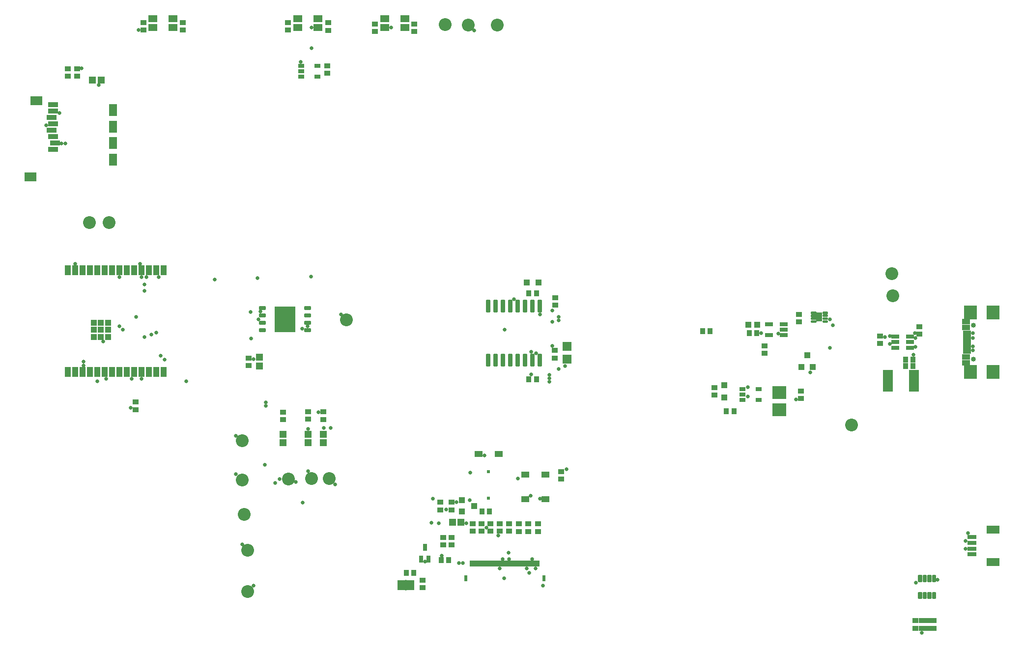
<source format=gbr>
G04 EAGLE Gerber RS-274X export*
G75*
%MOMM*%
%FSLAX34Y34*%
%LPD*%
%INSoldermask Top*%
%IPPOS*%
%AMOC8*
5,1,8,0,0,1.08239X$1,22.5*%
G01*
G04 Define Apertures*
%ADD10R,0.903200X1.103200*%
%ADD11R,1.403200X0.803200*%
%ADD12R,1.353200X0.503200*%
%ADD13R,2.203200X2.383200*%
%ADD14C,0.853200*%
%ADD15R,1.703200X3.803200*%
%ADD16R,1.103200X0.903200*%
%ADD17R,1.103200X1.003200*%
%ADD18R,1.003200X1.103200*%
%ADD19R,1.103200X0.803200*%
%ADD20R,2.403200X2.203200*%
%ADD21R,1.403200X2.003200*%
%ADD22R,2.103200X1.603200*%
%ADD23R,1.703200X0.903200*%
%ADD24R,0.152400X1.828800*%
%ADD25R,1.371600X1.803400*%
%ADD26R,0.503200X0.503200*%
%ADD27R,1.353200X1.003200*%
%ADD28R,0.703200X1.253200*%
%ADD29R,1.403200X0.753200*%
%ADD30R,1.003200X1.003200*%
%ADD31R,1.103200X1.703200*%
%ADD32R,0.503200X1.003200*%
%ADD33R,0.603200X1.003200*%
%ADD34C,0.330503*%
%ADD35R,1.603200X1.253200*%
%ADD36C,0.269722*%
%ADD37C,0.276759*%
%ADD38R,1.103200X1.503200*%
%ADD39C,0.349006*%
%ADD40R,1.603200X1.603200*%
%ADD41C,2.203200*%
%ADD42R,2.203200X1.403200*%
%ADD43R,1.553200X0.803200*%
%ADD44R,1.143200X1.173200*%
%ADD45R,1.173200X1.143200*%
%ADD46C,0.315166*%
%ADD47R,3.603200X4.503200*%
%ADD48C,0.655600*%
D10*
X-172100Y508900D03*
X-159100Y508900D03*
X-172000Y497900D03*
X-159000Y497900D03*
D11*
X-189100Y548200D03*
X-189100Y538700D03*
X-189100Y529200D03*
X-164100Y529200D03*
X-164100Y538700D03*
X-164100Y548200D03*
D12*
X-67972Y500946D03*
X-67972Y510946D03*
X-65972Y525946D03*
X-65972Y535946D03*
X-65972Y540946D03*
X-65972Y550946D03*
X-67972Y565946D03*
X-67972Y575946D03*
X-67972Y571946D03*
X-67972Y561946D03*
X-65972Y555946D03*
X-65972Y545946D03*
X-65972Y530946D03*
X-65972Y520946D03*
X-67972Y514946D03*
X-67972Y504946D03*
D13*
X-20922Y487346D03*
X-20922Y589546D03*
X-60222Y487346D03*
X-60222Y589546D03*
D14*
X-55222Y509546D03*
X-55222Y567346D03*
D15*
X-202600Y471700D03*
X-157600Y471700D03*
D16*
X-147700Y552200D03*
X-147700Y565200D03*
X-215700Y536400D03*
X-215700Y549400D03*
X-501000Y447500D03*
X-501000Y460500D03*
D17*
X-484000Y443100D03*
X-484000Y464100D03*
D18*
X-350800Y495500D03*
X-331800Y495500D03*
X-341300Y516500D03*
D10*
X-467500Y419300D03*
X-480500Y419300D03*
D19*
X-452600Y458000D03*
X-452600Y448500D03*
X-452600Y439000D03*
X-424600Y439000D03*
X-424600Y458000D03*
D16*
X-352100Y441200D03*
X-352100Y454200D03*
D20*
X-389400Y421922D03*
X-389400Y451922D03*
D21*
X-1537078Y853078D03*
X-1537078Y910078D03*
D22*
X-1679578Y823078D03*
X-1669578Y954578D03*
D23*
X-1641078Y871078D03*
X-1637078Y882078D03*
X-1641078Y893078D03*
X-1643078Y904078D03*
X-1641078Y915078D03*
X-1643078Y926078D03*
X-1641078Y937078D03*
X-1641078Y948078D03*
D21*
X-1537078Y881578D03*
X-1537078Y938578D03*
D16*
X-1615300Y996900D03*
X-1615300Y1009900D03*
D24*
X-1032600Y119900D03*
D25*
X-1040220Y119900D03*
X-1024980Y119900D03*
D16*
X-1004300Y128300D03*
X-1004300Y115300D03*
D26*
X-890200Y315760D03*
X-890200Y270040D03*
D10*
X-901800Y247000D03*
X-888800Y247000D03*
D27*
X-872400Y346200D03*
X-907400Y346200D03*
X-827400Y268100D03*
X-792400Y268100D03*
X-792400Y310000D03*
X-827400Y310000D03*
D16*
X-765300Y315700D03*
X-765300Y302700D03*
D10*
X-1031800Y141100D03*
X-1018800Y141100D03*
X-958800Y163000D03*
X-971800Y163000D03*
D28*
X-1006400Y164400D03*
X-993400Y164400D03*
X-999900Y185400D03*
D29*
X-381399Y550800D03*
X-381399Y560300D03*
X-381399Y569800D03*
X-407401Y569800D03*
X-407401Y550800D03*
D10*
X-440900Y554100D03*
X-427900Y554100D03*
D16*
X-414400Y519500D03*
X-414400Y532500D03*
D30*
X-427700Y568700D03*
X-442700Y568700D03*
D10*
X-521700Y557900D03*
X-508700Y557900D03*
D16*
X-355200Y586300D03*
X-355200Y573300D03*
D31*
X-1615324Y487300D03*
X-1602624Y487300D03*
X-1589924Y487300D03*
X-1577224Y487300D03*
X-1564524Y487300D03*
X-1551824Y487300D03*
X-1539124Y487300D03*
X-1526424Y487300D03*
X-1513724Y487300D03*
X-1501024Y487300D03*
X-1488324Y487300D03*
X-1475624Y487300D03*
X-1462924Y487300D03*
X-1450224Y487300D03*
X-1450224Y662300D03*
X-1462924Y662300D03*
X-1475624Y662300D03*
X-1488324Y662300D03*
X-1501024Y662300D03*
X-1513724Y662300D03*
X-1526424Y662300D03*
X-1539124Y662300D03*
X-1551824Y662300D03*
X-1564524Y662300D03*
X-1577224Y662300D03*
X-1589924Y662300D03*
X-1602624Y662300D03*
X-1615324Y662300D03*
D30*
X-1558124Y559750D03*
X-1570624Y547250D03*
X-1570624Y559750D03*
X-1570624Y572250D03*
X-1558124Y547250D03*
X-1558124Y572250D03*
X-1545624Y547250D03*
X-1545624Y559750D03*
X-1545624Y572250D03*
D16*
X-1498400Y422500D03*
X-1498400Y435500D03*
D32*
X-804776Y157000D03*
X-809776Y157000D03*
X-814776Y157000D03*
X-819776Y157000D03*
X-824776Y157000D03*
X-829776Y157000D03*
X-834776Y157000D03*
X-839776Y157000D03*
X-844776Y157000D03*
X-849776Y157000D03*
X-854776Y157000D03*
X-859776Y157000D03*
X-864776Y157000D03*
X-869776Y157000D03*
X-874776Y157000D03*
X-879776Y157000D03*
X-884776Y157000D03*
X-889776Y157000D03*
X-894776Y157000D03*
X-899776Y157000D03*
X-904776Y157000D03*
X-909776Y157000D03*
X-914776Y157000D03*
X-919776Y157000D03*
D33*
X-794776Y132000D03*
X-929776Y132000D03*
D16*
X-886752Y226000D03*
X-886752Y213000D03*
X-917800Y225900D03*
X-917800Y212900D03*
X-902276Y225800D03*
X-902276Y212800D03*
X-871228Y225700D03*
X-871228Y212700D03*
X-854704Y225600D03*
X-854704Y212600D03*
X-837800Y225500D03*
X-837800Y212500D03*
X-821800Y225400D03*
X-821800Y212400D03*
X-805276Y225300D03*
X-805276Y212300D03*
X-968800Y202200D03*
X-968800Y189200D03*
X-953800Y202100D03*
X-953800Y189100D03*
D17*
X-936100Y266000D03*
X-936100Y247000D03*
X-915100Y256500D03*
D16*
X-953800Y262800D03*
X-953800Y249800D03*
D34*
X-144736Y135724D02*
X-144736Y126836D01*
X-148464Y126836D01*
X-148464Y135724D01*
X-144736Y135724D01*
X-144736Y129976D02*
X-148464Y129976D01*
X-148464Y133116D02*
X-144736Y133116D01*
X-136736Y135724D02*
X-136736Y126836D01*
X-140464Y126836D01*
X-140464Y135724D01*
X-136736Y135724D01*
X-136736Y129976D02*
X-140464Y129976D01*
X-140464Y133116D02*
X-136736Y133116D01*
X-128736Y135724D02*
X-128736Y126836D01*
X-132464Y126836D01*
X-132464Y135724D01*
X-128736Y135724D01*
X-128736Y129976D02*
X-132464Y129976D01*
X-132464Y133116D02*
X-128736Y133116D01*
X-120736Y135724D02*
X-120736Y126836D01*
X-124464Y126836D01*
X-124464Y135724D01*
X-120736Y135724D01*
X-120736Y129976D02*
X-124464Y129976D01*
X-124464Y133116D02*
X-120736Y133116D01*
X-120536Y106564D02*
X-120536Y97676D01*
X-124264Y97676D01*
X-124264Y106564D01*
X-120536Y106564D01*
X-120536Y100816D02*
X-124264Y100816D01*
X-124264Y103956D02*
X-120536Y103956D01*
X-128736Y106564D02*
X-128736Y97676D01*
X-132464Y97676D01*
X-132464Y106564D01*
X-128736Y106564D01*
X-128736Y100816D02*
X-132464Y100816D01*
X-132464Y103956D02*
X-128736Y103956D01*
X-136736Y106564D02*
X-136736Y97676D01*
X-140464Y97676D01*
X-140464Y106564D01*
X-136736Y106564D01*
X-136736Y100816D02*
X-140464Y100816D01*
X-140464Y103956D02*
X-136736Y103956D01*
X-144736Y106564D02*
X-144736Y97676D01*
X-148464Y97676D01*
X-148464Y106564D01*
X-144736Y106564D01*
X-144736Y100816D02*
X-148464Y100816D01*
X-148464Y103956D02*
X-144736Y103956D01*
D16*
X-144076Y45700D03*
X-144076Y58700D03*
X-154600Y45676D03*
X-154600Y58676D03*
X-133552Y45724D03*
X-133552Y58724D03*
X-123076Y45700D03*
X-123076Y58700D03*
D19*
X-1213200Y1014900D03*
X-1213200Y1005400D03*
X-1213200Y995900D03*
X-1185200Y995900D03*
X-1185200Y1014900D03*
D16*
X-1168300Y1015100D03*
X-1168300Y1002100D03*
X-1166300Y1089000D03*
X-1166300Y1076000D03*
D35*
X-1184100Y1095828D03*
X-1219100Y1095828D03*
X-1219100Y1080828D03*
X-1184100Y1080828D03*
D16*
X-1236300Y1089700D03*
X-1236300Y1076700D03*
X-1485124Y1089299D03*
X-1485124Y1076299D03*
D35*
X-1434100Y1095828D03*
X-1469100Y1095828D03*
X-1469100Y1080828D03*
X-1434100Y1080828D03*
D16*
X-1417076Y1089400D03*
X-1417076Y1076400D03*
X-1086300Y1087100D03*
X-1086300Y1074100D03*
D35*
X-1034100Y1095828D03*
X-1069100Y1095828D03*
X-1069100Y1080828D03*
X-1034100Y1080828D03*
D16*
X-1018300Y1087000D03*
X-1018300Y1074000D03*
D36*
X-333918Y588482D02*
X-326982Y588482D01*
X-333918Y588482D02*
X-333918Y590518D01*
X-326982Y590518D01*
X-326982Y588482D01*
D37*
X-327018Y583368D02*
X-333882Y583368D01*
X-333882Y585632D01*
X-327018Y585632D01*
X-327018Y583368D01*
X-327018Y578368D02*
X-333882Y578368D01*
X-333882Y580632D01*
X-327018Y580632D01*
X-327018Y578368D01*
D36*
X-326982Y573482D02*
X-333918Y573482D01*
X-333918Y575518D01*
X-326982Y575518D01*
X-326982Y573482D01*
X-314218Y573482D02*
X-307282Y573482D01*
X-314218Y573482D02*
X-314218Y575518D01*
X-307282Y575518D01*
X-307282Y573482D01*
X-307282Y578482D02*
X-314218Y578482D01*
X-314218Y580518D01*
X-307282Y580518D01*
X-307282Y578482D01*
X-307282Y583482D02*
X-314218Y583482D01*
X-314218Y585518D01*
X-307282Y585518D01*
X-307282Y583482D01*
X-307282Y588482D02*
X-314218Y588482D01*
X-314218Y590518D01*
X-307282Y590518D01*
X-307282Y588482D01*
D38*
X-320600Y582000D03*
D39*
X-803971Y591307D02*
X-803971Y610349D01*
X-799529Y610349D01*
X-799529Y591307D01*
X-803971Y591307D01*
X-803971Y594622D02*
X-799529Y594622D01*
X-799529Y597937D02*
X-803971Y597937D01*
X-803971Y601252D02*
X-799529Y601252D01*
X-799529Y604567D02*
X-803971Y604567D01*
X-803971Y607882D02*
X-799529Y607882D01*
X-816671Y610349D02*
X-816671Y591307D01*
X-816671Y610349D02*
X-812229Y610349D01*
X-812229Y591307D01*
X-816671Y591307D01*
X-816671Y594622D02*
X-812229Y594622D01*
X-812229Y597937D02*
X-816671Y597937D01*
X-816671Y601252D02*
X-812229Y601252D01*
X-812229Y604567D02*
X-816671Y604567D01*
X-816671Y607882D02*
X-812229Y607882D01*
X-829371Y610349D02*
X-829371Y591307D01*
X-829371Y610349D02*
X-824929Y610349D01*
X-824929Y591307D01*
X-829371Y591307D01*
X-829371Y594622D02*
X-824929Y594622D01*
X-824929Y597937D02*
X-829371Y597937D01*
X-829371Y601252D02*
X-824929Y601252D01*
X-824929Y604567D02*
X-829371Y604567D01*
X-829371Y607882D02*
X-824929Y607882D01*
X-842071Y610349D02*
X-842071Y591307D01*
X-842071Y610349D02*
X-837629Y610349D01*
X-837629Y591307D01*
X-842071Y591307D01*
X-842071Y594622D02*
X-837629Y594622D01*
X-837629Y597937D02*
X-842071Y597937D01*
X-842071Y601252D02*
X-837629Y601252D01*
X-837629Y604567D02*
X-842071Y604567D01*
X-842071Y607882D02*
X-837629Y607882D01*
X-854771Y610349D02*
X-854771Y591307D01*
X-854771Y610349D02*
X-850329Y610349D01*
X-850329Y591307D01*
X-854771Y591307D01*
X-854771Y594622D02*
X-850329Y594622D01*
X-850329Y597937D02*
X-854771Y597937D01*
X-854771Y601252D02*
X-850329Y601252D01*
X-850329Y604567D02*
X-854771Y604567D01*
X-854771Y607882D02*
X-850329Y607882D01*
X-867471Y610349D02*
X-867471Y591307D01*
X-867471Y610349D02*
X-863029Y610349D01*
X-863029Y591307D01*
X-867471Y591307D01*
X-867471Y594622D02*
X-863029Y594622D01*
X-863029Y597937D02*
X-867471Y597937D01*
X-867471Y601252D02*
X-863029Y601252D01*
X-863029Y604567D02*
X-867471Y604567D01*
X-867471Y607882D02*
X-863029Y607882D01*
X-880171Y610349D02*
X-880171Y591307D01*
X-880171Y610349D02*
X-875729Y610349D01*
X-875729Y591307D01*
X-880171Y591307D01*
X-880171Y594622D02*
X-875729Y594622D01*
X-875729Y597937D02*
X-880171Y597937D01*
X-880171Y601252D02*
X-875729Y601252D01*
X-875729Y604567D02*
X-880171Y604567D01*
X-880171Y607882D02*
X-875729Y607882D01*
X-892871Y610349D02*
X-892871Y591307D01*
X-892871Y610349D02*
X-888429Y610349D01*
X-888429Y591307D01*
X-892871Y591307D01*
X-892871Y594622D02*
X-888429Y594622D01*
X-888429Y597937D02*
X-892871Y597937D01*
X-892871Y601252D02*
X-888429Y601252D01*
X-888429Y604567D02*
X-892871Y604567D01*
X-892871Y607882D02*
X-888429Y607882D01*
X-892871Y517249D02*
X-892871Y498207D01*
X-892871Y517249D02*
X-888429Y517249D01*
X-888429Y498207D01*
X-892871Y498207D01*
X-892871Y501522D02*
X-888429Y501522D01*
X-888429Y504837D02*
X-892871Y504837D01*
X-892871Y508152D02*
X-888429Y508152D01*
X-888429Y511467D02*
X-892871Y511467D01*
X-892871Y514782D02*
X-888429Y514782D01*
X-880171Y517249D02*
X-880171Y498207D01*
X-880171Y517249D02*
X-875729Y517249D01*
X-875729Y498207D01*
X-880171Y498207D01*
X-880171Y501522D02*
X-875729Y501522D01*
X-875729Y504837D02*
X-880171Y504837D01*
X-880171Y508152D02*
X-875729Y508152D01*
X-875729Y511467D02*
X-880171Y511467D01*
X-880171Y514782D02*
X-875729Y514782D01*
X-867471Y517249D02*
X-867471Y498207D01*
X-867471Y517249D02*
X-863029Y517249D01*
X-863029Y498207D01*
X-867471Y498207D01*
X-867471Y501522D02*
X-863029Y501522D01*
X-863029Y504837D02*
X-867471Y504837D01*
X-867471Y508152D02*
X-863029Y508152D01*
X-863029Y511467D02*
X-867471Y511467D01*
X-867471Y514782D02*
X-863029Y514782D01*
X-854771Y517249D02*
X-854771Y498207D01*
X-854771Y517249D02*
X-850329Y517249D01*
X-850329Y498207D01*
X-854771Y498207D01*
X-854771Y501522D02*
X-850329Y501522D01*
X-850329Y504837D02*
X-854771Y504837D01*
X-854771Y508152D02*
X-850329Y508152D01*
X-850329Y511467D02*
X-854771Y511467D01*
X-854771Y514782D02*
X-850329Y514782D01*
X-842071Y517249D02*
X-842071Y498207D01*
X-842071Y517249D02*
X-837629Y517249D01*
X-837629Y498207D01*
X-842071Y498207D01*
X-842071Y501522D02*
X-837629Y501522D01*
X-837629Y504837D02*
X-842071Y504837D01*
X-842071Y508152D02*
X-837629Y508152D01*
X-837629Y511467D02*
X-842071Y511467D01*
X-842071Y514782D02*
X-837629Y514782D01*
X-829371Y517249D02*
X-829371Y498207D01*
X-829371Y517249D02*
X-824929Y517249D01*
X-824929Y498207D01*
X-829371Y498207D01*
X-829371Y501522D02*
X-824929Y501522D01*
X-824929Y504837D02*
X-829371Y504837D01*
X-829371Y508152D02*
X-824929Y508152D01*
X-824929Y511467D02*
X-829371Y511467D01*
X-829371Y514782D02*
X-824929Y514782D01*
X-816671Y517249D02*
X-816671Y498207D01*
X-816671Y517249D02*
X-812229Y517249D01*
X-812229Y498207D01*
X-816671Y498207D01*
X-816671Y501522D02*
X-812229Y501522D01*
X-812229Y504837D02*
X-816671Y504837D01*
X-816671Y508152D02*
X-812229Y508152D01*
X-812229Y511467D02*
X-816671Y511467D01*
X-816671Y514782D02*
X-812229Y514782D01*
X-803971Y517249D02*
X-803971Y498207D01*
X-803971Y517249D02*
X-799529Y517249D01*
X-799529Y498207D01*
X-803971Y498207D01*
X-803971Y501522D02*
X-799529Y501522D01*
X-799529Y504837D02*
X-803971Y504837D01*
X-803971Y508152D02*
X-799529Y508152D01*
X-799529Y511467D02*
X-803971Y511467D01*
X-803971Y514782D02*
X-799529Y514782D01*
D18*
X-824800Y641200D03*
X-803800Y641200D03*
D10*
X-820800Y623100D03*
X-807800Y623100D03*
X-820800Y475000D03*
X-807800Y475000D03*
D40*
X-755100Y509400D03*
X-755100Y531400D03*
D16*
X-776100Y511400D03*
X-776100Y524400D03*
X-775100Y602300D03*
X-775100Y615300D03*
D41*
X-1578000Y744900D03*
X-1544200Y744900D03*
X-195100Y656400D03*
X-265100Y395600D03*
X-875100Y1084800D03*
X-1195100Y304000D03*
X-1165100Y303200D03*
X-1235100Y302400D03*
X-1311100Y242070D03*
X-1315100Y300800D03*
X-1305100Y180000D03*
X-1305100Y109200D03*
X-1315100Y368400D03*
X-193769Y618931D03*
X-1135100Y576800D03*
X-965100Y1086000D03*
X-925100Y1085200D03*
D42*
X-20922Y159922D03*
X-20922Y215922D03*
D43*
X-57672Y172922D03*
X-57672Y182922D03*
X-57672Y192922D03*
X-57672Y202922D03*
D16*
X-1303600Y511400D03*
X-1303600Y498400D03*
X-1244100Y405300D03*
X-1244100Y418300D03*
X-1175100Y405500D03*
X-1175100Y418500D03*
X-973100Y262700D03*
X-973100Y249700D03*
X-1201100Y405900D03*
X-1201100Y418900D03*
X-1599530Y1010100D03*
X-1599530Y997100D03*
D44*
X-1201100Y365200D03*
X-1201100Y380200D03*
X-1175100Y365100D03*
X-1175100Y380100D03*
X-1244100Y365000D03*
X-1244100Y380000D03*
X-1285480Y512400D03*
X-1285480Y497400D03*
D45*
X-952600Y228300D03*
X-937600Y228300D03*
X-1572600Y990200D03*
X-1557600Y990200D03*
D46*
X-1284390Y595710D02*
X-1276110Y595710D01*
X-1284390Y595710D02*
X-1284390Y598990D01*
X-1276110Y598990D01*
X-1276110Y595710D01*
X-1276110Y598704D02*
X-1284390Y598704D01*
X-1284390Y583010D02*
X-1276110Y583010D01*
X-1284390Y583010D02*
X-1284390Y586290D01*
X-1276110Y586290D01*
X-1276110Y583010D01*
X-1276110Y586004D02*
X-1284390Y586004D01*
X-1284390Y570310D02*
X-1276110Y570310D01*
X-1284390Y570310D02*
X-1284390Y573590D01*
X-1276110Y573590D01*
X-1276110Y570310D01*
X-1276110Y573304D02*
X-1284390Y573304D01*
X-1284390Y557610D02*
X-1276110Y557610D01*
X-1284390Y557610D02*
X-1284390Y560890D01*
X-1276110Y560890D01*
X-1276110Y557610D01*
X-1276110Y560604D02*
X-1284390Y560604D01*
X-1206490Y557610D02*
X-1198210Y557610D01*
X-1206490Y557610D02*
X-1206490Y560890D01*
X-1198210Y560890D01*
X-1198210Y557610D01*
X-1198210Y560604D02*
X-1206490Y560604D01*
X-1206490Y570310D02*
X-1198210Y570310D01*
X-1206490Y570310D02*
X-1206490Y573590D01*
X-1198210Y573590D01*
X-1198210Y570310D01*
X-1198210Y573304D02*
X-1206490Y573304D01*
X-1206490Y583010D02*
X-1198210Y583010D01*
X-1206490Y583010D02*
X-1206490Y586290D01*
X-1198210Y586290D01*
X-1198210Y583010D01*
X-1198210Y586004D02*
X-1206490Y586004D01*
X-1206490Y595710D02*
X-1198210Y595710D01*
X-1206490Y595710D02*
X-1206490Y598990D01*
X-1198210Y598990D01*
X-1198210Y595710D01*
X-1198210Y598704D02*
X-1206490Y598704D01*
D47*
X-1241300Y578300D03*
D48*
X-1058140Y1080993D03*
X-1195255Y1080993D03*
X-198748Y535995D03*
X-157890Y517298D03*
X-1483335Y547768D03*
X-1299823Y544998D03*
X-207058Y547768D03*
X-56093Y524915D03*
X-154428Y545690D03*
X-56093Y545690D03*
X-154428Y530455D03*
X-56093Y531148D03*
X-155813Y554000D03*
X-56093Y554000D03*
X-301930Y529070D03*
X-758288Y497215D03*
X-785295Y470208D03*
X-1448710Y508295D03*
X-198748Y549153D03*
X-769368Y582393D03*
X-780448Y593473D03*
X-1288050Y648873D03*
X-335863Y486828D03*
X-443893Y461205D03*
X-443893Y444585D03*
X-1493723Y1076838D03*
X-1195255Y1044983D03*
X-68558Y182820D03*
X-360793Y439738D03*
X-963268Y249993D03*
X-1183483Y417578D03*
X-780448Y532533D03*
X-1195948Y651643D03*
X-1591365Y1010358D03*
X-1562280Y981965D03*
X-1625990Y880860D03*
X-1587903Y504833D03*
X-871165Y148888D03*
X-1155090Y293620D03*
X-1471563Y551923D03*
X-1211183Y561618D03*
X-1619758Y880860D03*
X-1553970Y539458D03*
X-1174480Y390570D03*
X-1162015Y390570D03*
X-866318Y164815D03*
X-1222263Y297775D03*
X-1202180Y565773D03*
X-1274200Y428658D03*
X-1411315Y470900D03*
X-1652305Y912023D03*
X-1549123Y475748D03*
X-1629453Y933490D03*
X-1602445Y673803D03*
X-1286665Y577545D03*
X-1274200Y434890D03*
X-1201488Y316473D03*
X-1201488Y389185D03*
X-1483335Y626713D03*
X-1300515Y590703D03*
X-914793Y1075453D03*
X-840003Y303315D03*
X-986120Y268690D03*
X-921490Y313423D03*
X-897480Y343480D03*
X-817843Y274230D03*
X-801915Y268690D03*
X-894018Y218830D03*
X-756210Y319935D03*
X-873935Y204980D03*
X-809533Y148888D03*
X-999970Y160660D03*
X-815073Y164815D03*
X-970885Y171048D03*
X-420348Y554000D03*
X-391263Y553308D03*
X-1587903Y498600D03*
X-1213953Y1021438D03*
X-1462560Y554693D03*
X-1144703Y586548D03*
X-862163Y560233D03*
X-1362148Y646103D03*
X-801223Y586548D03*
X-863548Y131575D03*
X-1250655Y302623D03*
X-1497878Y582393D03*
X-1257580Y296390D03*
X-854545Y164815D03*
X-1210490Y262458D03*
X-1564358Y470900D03*
X-1315058Y189745D03*
X-855930Y175895D03*
X-928643Y226448D03*
X-923103Y266613D03*
X-1488183Y475748D03*
X-1325445Y310933D03*
X-976425Y226448D03*
X-988890Y227140D03*
X-1275585Y327553D03*
X-1283203Y591395D03*
X-1294975Y509680D03*
X-1454943Y515220D03*
X-1458405Y650950D03*
X-846235Y612863D03*
X-1479873Y650950D03*
X-153735Y123958D03*
X-1488183Y650950D03*
X-1325445Y377413D03*
X-945263Y263150D03*
X-297083Y567850D03*
X-68558Y195978D03*
X-1483335Y637793D03*
X-817150Y522145D03*
X-769368Y492368D03*
X-785295Y476440D03*
X-301930Y577545D03*
X-64403Y209828D03*
X-144040Y38088D03*
X-116340Y129498D03*
X-1490953Y673803D03*
X-808148Y519375D03*
X-769368Y576160D03*
X-780448Y574083D03*
X-796375Y119110D03*
X-1294975Y119110D03*
X-1526270Y650950D03*
X-1526270Y566465D03*
X-1520038Y560233D03*
X-1506880Y425888D03*
X-1505495Y475748D03*
X-824768Y148888D03*
X-941108Y157890D03*
X-819920Y141270D03*
X-934875Y157890D03*
X-785295Y482673D03*
X-817150Y483365D03*
M02*

</source>
